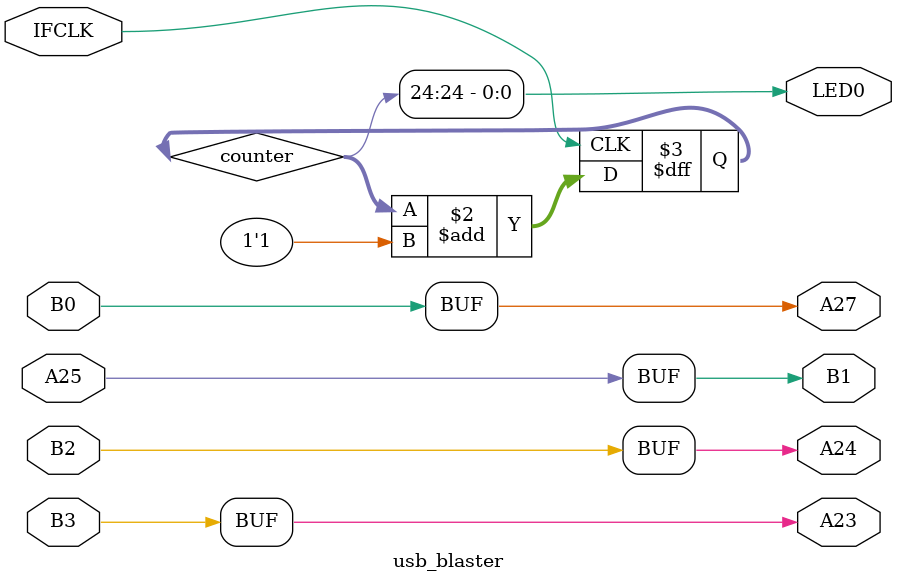
<source format=v>


module usb_blaster(
        IFCLK,B0, B1, B2, B3,
		A23, A24, A25, A27, LED0 // A27 not A25
		);
		

input  IFCLK;		
input  B0; 
output B1;
input  B2;
input  B3;

output A23;
output A24;
input  A25;
// output A29;
output A27;
output LED0;

assign A23 = B3;  // TMS
assign A24 = B2;  // TCK
assign B1  = A25; // TDO - SDOBACK  
// assign A29 = B0;  // TDI
assign A27 = B0;  //  TDO on our slot ties to TDI on next slot 
// flash a LED so we can see FPGA is loaded correctly

reg [24:0]counter;
always @(posedge IFCLK)
begin
counter = counter + 1'b1;
end

assign LED0 = counter[24];




endmodule


</source>
